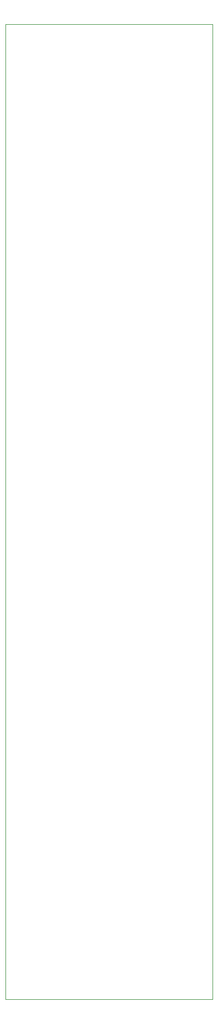
<source format=gm1>
%TF.GenerationSoftware,KiCad,Pcbnew,7.0.8*%
%TF.CreationDate,2023-11-02T15:01:12+01:00*%
%TF.ProjectId,led-tube,6c65642d-7475-4626-952e-6b696361645f,rev?*%
%TF.SameCoordinates,Original*%
%TF.FileFunction,Profile,NP*%
%FSLAX46Y46*%
G04 Gerber Fmt 4.6, Leading zero omitted, Abs format (unit mm)*
G04 Created by KiCad (PCBNEW 7.0.8) date 2023-11-02 15:01:12*
%MOMM*%
%LPD*%
G01*
G04 APERTURE LIST*
%TA.AperFunction,Profile*%
%ADD10C,0.100000*%
%TD*%
G04 APERTURE END LIST*
D10*
X600000000Y-400000000D02*
X632000000Y-400000000D01*
X632000000Y-550000000D01*
X600000000Y-550000000D01*
X600000000Y-400000000D01*
M02*

</source>
